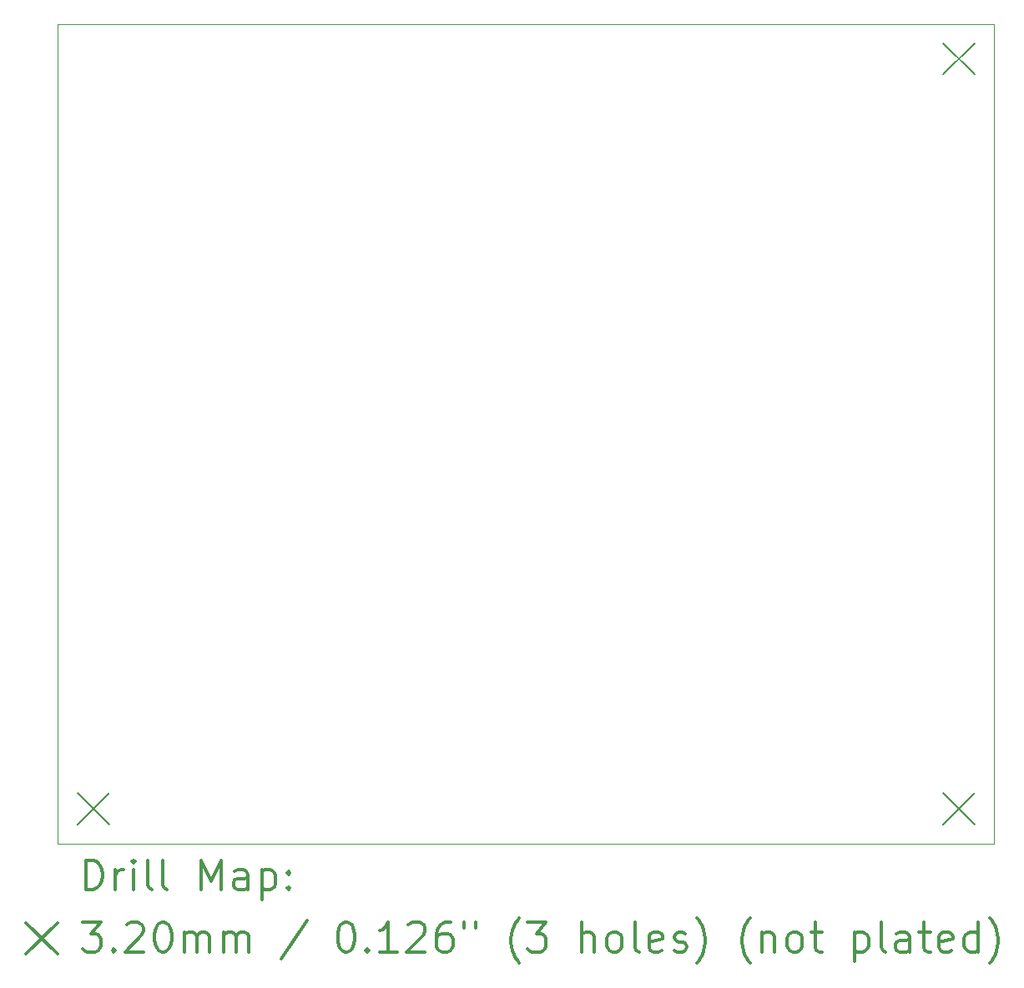
<source format=gbr>
%FSLAX45Y45*%
G04 Gerber Fmt 4.5, Leading zero omitted, Abs format (unit mm)*
G04 Created by KiCad (PCBNEW (5.1.0)-1) date 2022-03-22 21:10:53*
%MOMM*%
%LPD*%
G04 APERTURE LIST*
%ADD10C,0.050000*%
%ADD11C,0.200000*%
%ADD12C,0.300000*%
G04 APERTURE END LIST*
D10*
X8400000Y-12745000D02*
X8400000Y-8340000D01*
X17900000Y-12925000D02*
X17900000Y-10050000D01*
X17900000Y-12925000D02*
X17590000Y-12925000D01*
X8400000Y-12925000D02*
X17590000Y-12925000D01*
X8400000Y-12745000D02*
X8400000Y-12925000D01*
X17900000Y-8450000D02*
X17900000Y-10050000D01*
X17900000Y-4600000D02*
X17900000Y-8450000D01*
X8400000Y-4600000D02*
X8400000Y-8340000D01*
X8400000Y-4600000D02*
X17900000Y-4600000D01*
D11*
X17385000Y-12410000D02*
X17705000Y-12730000D01*
X17705000Y-12410000D02*
X17385000Y-12730000D01*
X17385000Y-4795000D02*
X17705000Y-5115000D01*
X17705000Y-4795000D02*
X17385000Y-5115000D01*
X8600000Y-12410000D02*
X8920000Y-12730000D01*
X8920000Y-12410000D02*
X8600000Y-12730000D01*
D12*
X8683928Y-13393214D02*
X8683928Y-13093214D01*
X8755357Y-13093214D01*
X8798214Y-13107500D01*
X8826786Y-13136071D01*
X8841071Y-13164643D01*
X8855357Y-13221786D01*
X8855357Y-13264643D01*
X8841071Y-13321786D01*
X8826786Y-13350357D01*
X8798214Y-13378929D01*
X8755357Y-13393214D01*
X8683928Y-13393214D01*
X8983928Y-13393214D02*
X8983928Y-13193214D01*
X8983928Y-13250357D02*
X8998214Y-13221786D01*
X9012500Y-13207500D01*
X9041071Y-13193214D01*
X9069643Y-13193214D01*
X9169643Y-13393214D02*
X9169643Y-13193214D01*
X9169643Y-13093214D02*
X9155357Y-13107500D01*
X9169643Y-13121786D01*
X9183928Y-13107500D01*
X9169643Y-13093214D01*
X9169643Y-13121786D01*
X9355357Y-13393214D02*
X9326786Y-13378929D01*
X9312500Y-13350357D01*
X9312500Y-13093214D01*
X9512500Y-13393214D02*
X9483928Y-13378929D01*
X9469643Y-13350357D01*
X9469643Y-13093214D01*
X9855357Y-13393214D02*
X9855357Y-13093214D01*
X9955357Y-13307500D01*
X10055357Y-13093214D01*
X10055357Y-13393214D01*
X10326786Y-13393214D02*
X10326786Y-13236071D01*
X10312500Y-13207500D01*
X10283928Y-13193214D01*
X10226786Y-13193214D01*
X10198214Y-13207500D01*
X10326786Y-13378929D02*
X10298214Y-13393214D01*
X10226786Y-13393214D01*
X10198214Y-13378929D01*
X10183928Y-13350357D01*
X10183928Y-13321786D01*
X10198214Y-13293214D01*
X10226786Y-13278929D01*
X10298214Y-13278929D01*
X10326786Y-13264643D01*
X10469643Y-13193214D02*
X10469643Y-13493214D01*
X10469643Y-13207500D02*
X10498214Y-13193214D01*
X10555357Y-13193214D01*
X10583928Y-13207500D01*
X10598214Y-13221786D01*
X10612500Y-13250357D01*
X10612500Y-13336071D01*
X10598214Y-13364643D01*
X10583928Y-13378929D01*
X10555357Y-13393214D01*
X10498214Y-13393214D01*
X10469643Y-13378929D01*
X10741071Y-13364643D02*
X10755357Y-13378929D01*
X10741071Y-13393214D01*
X10726786Y-13378929D01*
X10741071Y-13364643D01*
X10741071Y-13393214D01*
X10741071Y-13207500D02*
X10755357Y-13221786D01*
X10741071Y-13236071D01*
X10726786Y-13221786D01*
X10741071Y-13207500D01*
X10741071Y-13236071D01*
X8077500Y-13727500D02*
X8397500Y-14047500D01*
X8397500Y-13727500D02*
X8077500Y-14047500D01*
X8655357Y-13723214D02*
X8841071Y-13723214D01*
X8741071Y-13837500D01*
X8783928Y-13837500D01*
X8812500Y-13851786D01*
X8826786Y-13866071D01*
X8841071Y-13894643D01*
X8841071Y-13966071D01*
X8826786Y-13994643D01*
X8812500Y-14008929D01*
X8783928Y-14023214D01*
X8698214Y-14023214D01*
X8669643Y-14008929D01*
X8655357Y-13994643D01*
X8969643Y-13994643D02*
X8983928Y-14008929D01*
X8969643Y-14023214D01*
X8955357Y-14008929D01*
X8969643Y-13994643D01*
X8969643Y-14023214D01*
X9098214Y-13751786D02*
X9112500Y-13737500D01*
X9141071Y-13723214D01*
X9212500Y-13723214D01*
X9241071Y-13737500D01*
X9255357Y-13751786D01*
X9269643Y-13780357D01*
X9269643Y-13808929D01*
X9255357Y-13851786D01*
X9083928Y-14023214D01*
X9269643Y-14023214D01*
X9455357Y-13723214D02*
X9483928Y-13723214D01*
X9512500Y-13737500D01*
X9526786Y-13751786D01*
X9541071Y-13780357D01*
X9555357Y-13837500D01*
X9555357Y-13908929D01*
X9541071Y-13966071D01*
X9526786Y-13994643D01*
X9512500Y-14008929D01*
X9483928Y-14023214D01*
X9455357Y-14023214D01*
X9426786Y-14008929D01*
X9412500Y-13994643D01*
X9398214Y-13966071D01*
X9383928Y-13908929D01*
X9383928Y-13837500D01*
X9398214Y-13780357D01*
X9412500Y-13751786D01*
X9426786Y-13737500D01*
X9455357Y-13723214D01*
X9683928Y-14023214D02*
X9683928Y-13823214D01*
X9683928Y-13851786D02*
X9698214Y-13837500D01*
X9726786Y-13823214D01*
X9769643Y-13823214D01*
X9798214Y-13837500D01*
X9812500Y-13866071D01*
X9812500Y-14023214D01*
X9812500Y-13866071D02*
X9826786Y-13837500D01*
X9855357Y-13823214D01*
X9898214Y-13823214D01*
X9926786Y-13837500D01*
X9941071Y-13866071D01*
X9941071Y-14023214D01*
X10083928Y-14023214D02*
X10083928Y-13823214D01*
X10083928Y-13851786D02*
X10098214Y-13837500D01*
X10126786Y-13823214D01*
X10169643Y-13823214D01*
X10198214Y-13837500D01*
X10212500Y-13866071D01*
X10212500Y-14023214D01*
X10212500Y-13866071D02*
X10226786Y-13837500D01*
X10255357Y-13823214D01*
X10298214Y-13823214D01*
X10326786Y-13837500D01*
X10341071Y-13866071D01*
X10341071Y-14023214D01*
X10926786Y-13708929D02*
X10669643Y-14094643D01*
X11312500Y-13723214D02*
X11341071Y-13723214D01*
X11369643Y-13737500D01*
X11383928Y-13751786D01*
X11398214Y-13780357D01*
X11412500Y-13837500D01*
X11412500Y-13908929D01*
X11398214Y-13966071D01*
X11383928Y-13994643D01*
X11369643Y-14008929D01*
X11341071Y-14023214D01*
X11312500Y-14023214D01*
X11283928Y-14008929D01*
X11269643Y-13994643D01*
X11255357Y-13966071D01*
X11241071Y-13908929D01*
X11241071Y-13837500D01*
X11255357Y-13780357D01*
X11269643Y-13751786D01*
X11283928Y-13737500D01*
X11312500Y-13723214D01*
X11541071Y-13994643D02*
X11555357Y-14008929D01*
X11541071Y-14023214D01*
X11526786Y-14008929D01*
X11541071Y-13994643D01*
X11541071Y-14023214D01*
X11841071Y-14023214D02*
X11669643Y-14023214D01*
X11755357Y-14023214D02*
X11755357Y-13723214D01*
X11726786Y-13766071D01*
X11698214Y-13794643D01*
X11669643Y-13808929D01*
X11955357Y-13751786D02*
X11969643Y-13737500D01*
X11998214Y-13723214D01*
X12069643Y-13723214D01*
X12098214Y-13737500D01*
X12112500Y-13751786D01*
X12126786Y-13780357D01*
X12126786Y-13808929D01*
X12112500Y-13851786D01*
X11941071Y-14023214D01*
X12126786Y-14023214D01*
X12383928Y-13723214D02*
X12326786Y-13723214D01*
X12298214Y-13737500D01*
X12283928Y-13751786D01*
X12255357Y-13794643D01*
X12241071Y-13851786D01*
X12241071Y-13966071D01*
X12255357Y-13994643D01*
X12269643Y-14008929D01*
X12298214Y-14023214D01*
X12355357Y-14023214D01*
X12383928Y-14008929D01*
X12398214Y-13994643D01*
X12412500Y-13966071D01*
X12412500Y-13894643D01*
X12398214Y-13866071D01*
X12383928Y-13851786D01*
X12355357Y-13837500D01*
X12298214Y-13837500D01*
X12269643Y-13851786D01*
X12255357Y-13866071D01*
X12241071Y-13894643D01*
X12526786Y-13723214D02*
X12526786Y-13780357D01*
X12641071Y-13723214D02*
X12641071Y-13780357D01*
X13083928Y-14137500D02*
X13069643Y-14123214D01*
X13041071Y-14080357D01*
X13026786Y-14051786D01*
X13012500Y-14008929D01*
X12998214Y-13937500D01*
X12998214Y-13880357D01*
X13012500Y-13808929D01*
X13026786Y-13766071D01*
X13041071Y-13737500D01*
X13069643Y-13694643D01*
X13083928Y-13680357D01*
X13169643Y-13723214D02*
X13355357Y-13723214D01*
X13255357Y-13837500D01*
X13298214Y-13837500D01*
X13326786Y-13851786D01*
X13341071Y-13866071D01*
X13355357Y-13894643D01*
X13355357Y-13966071D01*
X13341071Y-13994643D01*
X13326786Y-14008929D01*
X13298214Y-14023214D01*
X13212500Y-14023214D01*
X13183928Y-14008929D01*
X13169643Y-13994643D01*
X13712500Y-14023214D02*
X13712500Y-13723214D01*
X13841071Y-14023214D02*
X13841071Y-13866071D01*
X13826786Y-13837500D01*
X13798214Y-13823214D01*
X13755357Y-13823214D01*
X13726786Y-13837500D01*
X13712500Y-13851786D01*
X14026786Y-14023214D02*
X13998214Y-14008929D01*
X13983928Y-13994643D01*
X13969643Y-13966071D01*
X13969643Y-13880357D01*
X13983928Y-13851786D01*
X13998214Y-13837500D01*
X14026786Y-13823214D01*
X14069643Y-13823214D01*
X14098214Y-13837500D01*
X14112500Y-13851786D01*
X14126786Y-13880357D01*
X14126786Y-13966071D01*
X14112500Y-13994643D01*
X14098214Y-14008929D01*
X14069643Y-14023214D01*
X14026786Y-14023214D01*
X14298214Y-14023214D02*
X14269643Y-14008929D01*
X14255357Y-13980357D01*
X14255357Y-13723214D01*
X14526786Y-14008929D02*
X14498214Y-14023214D01*
X14441071Y-14023214D01*
X14412500Y-14008929D01*
X14398214Y-13980357D01*
X14398214Y-13866071D01*
X14412500Y-13837500D01*
X14441071Y-13823214D01*
X14498214Y-13823214D01*
X14526786Y-13837500D01*
X14541071Y-13866071D01*
X14541071Y-13894643D01*
X14398214Y-13923214D01*
X14655357Y-14008929D02*
X14683928Y-14023214D01*
X14741071Y-14023214D01*
X14769643Y-14008929D01*
X14783928Y-13980357D01*
X14783928Y-13966071D01*
X14769643Y-13937500D01*
X14741071Y-13923214D01*
X14698214Y-13923214D01*
X14669643Y-13908929D01*
X14655357Y-13880357D01*
X14655357Y-13866071D01*
X14669643Y-13837500D01*
X14698214Y-13823214D01*
X14741071Y-13823214D01*
X14769643Y-13837500D01*
X14883928Y-14137500D02*
X14898214Y-14123214D01*
X14926786Y-14080357D01*
X14941071Y-14051786D01*
X14955357Y-14008929D01*
X14969643Y-13937500D01*
X14969643Y-13880357D01*
X14955357Y-13808929D01*
X14941071Y-13766071D01*
X14926786Y-13737500D01*
X14898214Y-13694643D01*
X14883928Y-13680357D01*
X15426786Y-14137500D02*
X15412500Y-14123214D01*
X15383928Y-14080357D01*
X15369643Y-14051786D01*
X15355357Y-14008929D01*
X15341071Y-13937500D01*
X15341071Y-13880357D01*
X15355357Y-13808929D01*
X15369643Y-13766071D01*
X15383928Y-13737500D01*
X15412500Y-13694643D01*
X15426786Y-13680357D01*
X15541071Y-13823214D02*
X15541071Y-14023214D01*
X15541071Y-13851786D02*
X15555357Y-13837500D01*
X15583928Y-13823214D01*
X15626786Y-13823214D01*
X15655357Y-13837500D01*
X15669643Y-13866071D01*
X15669643Y-14023214D01*
X15855357Y-14023214D02*
X15826786Y-14008929D01*
X15812500Y-13994643D01*
X15798214Y-13966071D01*
X15798214Y-13880357D01*
X15812500Y-13851786D01*
X15826786Y-13837500D01*
X15855357Y-13823214D01*
X15898214Y-13823214D01*
X15926786Y-13837500D01*
X15941071Y-13851786D01*
X15955357Y-13880357D01*
X15955357Y-13966071D01*
X15941071Y-13994643D01*
X15926786Y-14008929D01*
X15898214Y-14023214D01*
X15855357Y-14023214D01*
X16041071Y-13823214D02*
X16155357Y-13823214D01*
X16083928Y-13723214D02*
X16083928Y-13980357D01*
X16098214Y-14008929D01*
X16126786Y-14023214D01*
X16155357Y-14023214D01*
X16483928Y-13823214D02*
X16483928Y-14123214D01*
X16483928Y-13837500D02*
X16512500Y-13823214D01*
X16569643Y-13823214D01*
X16598214Y-13837500D01*
X16612500Y-13851786D01*
X16626786Y-13880357D01*
X16626786Y-13966071D01*
X16612500Y-13994643D01*
X16598214Y-14008929D01*
X16569643Y-14023214D01*
X16512500Y-14023214D01*
X16483928Y-14008929D01*
X16798214Y-14023214D02*
X16769643Y-14008929D01*
X16755357Y-13980357D01*
X16755357Y-13723214D01*
X17041071Y-14023214D02*
X17041071Y-13866071D01*
X17026786Y-13837500D01*
X16998214Y-13823214D01*
X16941071Y-13823214D01*
X16912500Y-13837500D01*
X17041071Y-14008929D02*
X17012500Y-14023214D01*
X16941071Y-14023214D01*
X16912500Y-14008929D01*
X16898214Y-13980357D01*
X16898214Y-13951786D01*
X16912500Y-13923214D01*
X16941071Y-13908929D01*
X17012500Y-13908929D01*
X17041071Y-13894643D01*
X17141071Y-13823214D02*
X17255357Y-13823214D01*
X17183928Y-13723214D02*
X17183928Y-13980357D01*
X17198214Y-14008929D01*
X17226786Y-14023214D01*
X17255357Y-14023214D01*
X17469643Y-14008929D02*
X17441071Y-14023214D01*
X17383928Y-14023214D01*
X17355357Y-14008929D01*
X17341071Y-13980357D01*
X17341071Y-13866071D01*
X17355357Y-13837500D01*
X17383928Y-13823214D01*
X17441071Y-13823214D01*
X17469643Y-13837500D01*
X17483928Y-13866071D01*
X17483928Y-13894643D01*
X17341071Y-13923214D01*
X17741071Y-14023214D02*
X17741071Y-13723214D01*
X17741071Y-14008929D02*
X17712500Y-14023214D01*
X17655357Y-14023214D01*
X17626786Y-14008929D01*
X17612500Y-13994643D01*
X17598214Y-13966071D01*
X17598214Y-13880357D01*
X17612500Y-13851786D01*
X17626786Y-13837500D01*
X17655357Y-13823214D01*
X17712500Y-13823214D01*
X17741071Y-13837500D01*
X17855357Y-14137500D02*
X17869643Y-14123214D01*
X17898214Y-14080357D01*
X17912500Y-14051786D01*
X17926786Y-14008929D01*
X17941071Y-13937500D01*
X17941071Y-13880357D01*
X17926786Y-13808929D01*
X17912500Y-13766071D01*
X17898214Y-13737500D01*
X17869643Y-13694643D01*
X17855357Y-13680357D01*
M02*

</source>
